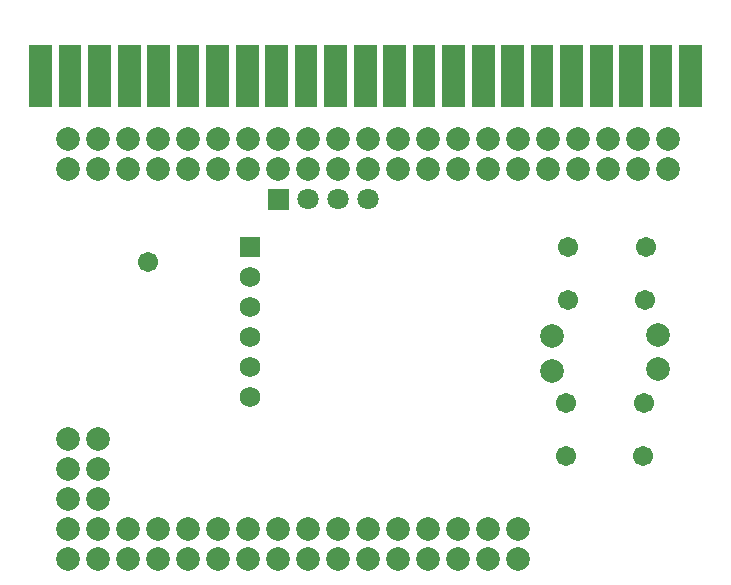
<source format=gts>
G04 Layer: TopSolderMaskLayer*
G04 EasyEDA v6.2.46, 2019-11-25T11:18:34--3:00*
G04 6be03af1206c45e6bdd76e27ce0583d0,8049b4892286493b98247746b8e7bc66,10*
G04 Gerber Generator version 0.2*
G04 Scale: 100 percent, Rotated: No, Reflected: No *
G04 Dimensions in inches *
G04 leading zeros omitted , absolute positions ,2 integer and 4 decimal *
%FSLAX24Y24*%
%MOIN*%
G90*
G70D02*

%ADD24C,0.078866*%
%ADD25R,0.076900X0.208000*%
%ADD27C,0.070992*%
%ADD29C,0.068000*%
%ADD30C,0.067055*%

%LPD*%
G54D24*
G01X21500Y13750D03*
G01X21500Y14750D03*
G01X20500Y13750D03*
G01X20500Y14750D03*
G01X19500Y13750D03*
G01X19502Y14748D03*
G01X18500Y13750D03*
G01X18502Y14748D03*
G01X17500Y13750D03*
G01X17500Y14750D03*
G01X16502Y13748D03*
G01X16502Y14748D03*
G01X15502Y13748D03*
G01X15502Y14748D03*
G01X14502Y13748D03*
G01X14502Y14748D03*
G01X13502Y13748D03*
G01X13502Y14748D03*
G01X12500Y13750D03*
G01X12502Y14748D03*
G01X11502Y13748D03*
G01X11502Y14748D03*
G01X10502Y13748D03*
G01X10502Y14748D03*
G01X9502Y13748D03*
G01X9502Y14748D03*
G01X8502Y13748D03*
G01X8502Y14748D03*
G01X7502Y13748D03*
G01X7502Y14748D03*
G01X6502Y13748D03*
G01X6502Y14748D03*
G01X5502Y13748D03*
G01X5502Y14748D03*
G01X4502Y13748D03*
G01X4502Y14748D03*
G01X3502Y13748D03*
G01X3502Y14748D03*
G01X2502Y13748D03*
G01X2502Y14748D03*
G01X1505Y13748D03*
G01X1505Y14748D03*
G01X16500Y750D03*
G01X16500Y1750D03*
G01X15500Y750D03*
G01X15500Y1750D03*
G01X14500Y750D03*
G01X14500Y1750D03*
G01X13500Y750D03*
G01X13500Y1750D03*
G01X12500Y750D03*
G01X12500Y1750D03*
G01X11500Y750D03*
G01X11500Y1750D03*
G01X10500Y750D03*
G01X10500Y1750D03*
G01X9500Y750D03*
G01X9500Y1750D03*
G01X8500Y750D03*
G01X8500Y1750D03*
G01X7500Y750D03*
G01X7500Y1750D03*
G01X6500Y750D03*
G01X6500Y1750D03*
G01X5500Y750D03*
G01X5500Y1750D03*
G01X4500Y750D03*
G01X4500Y1750D03*
G01X3500Y750D03*
G01X3500Y1750D03*
G01X2500Y750D03*
G01X2500Y1750D03*
G01X1501Y750D03*
G01X1501Y1750D03*
G01X1498Y2751D03*
G01X2500Y2750D03*
G01X1500Y3750D03*
G01X2500Y3750D03*
G01X1500Y4750D03*
G01X2500Y4750D03*
G36*
G01X21842Y15809D02*
G01X21842Y17890D01*
G01X22610Y17890D01*
G01X22610Y15809D01*
G01X21842Y15809D01*
G37*
G54D25*
G01X21242Y16850D03*
G36*
G01X19873Y15809D02*
G01X19873Y17890D01*
G01X20643Y17890D01*
G01X20643Y15809D01*
G01X19873Y15809D01*
G37*
G36*
G01X18889Y15809D02*
G01X18889Y17890D01*
G01X19657Y17890D01*
G01X19657Y15809D01*
G01X18889Y15809D01*
G37*
G36*
G01X17905Y15809D02*
G01X17905Y17890D01*
G01X18673Y17890D01*
G01X18673Y15809D01*
G01X17905Y15809D01*
G37*
G01X17305Y16850D03*
G36*
G01X15936Y15809D02*
G01X15936Y17890D01*
G01X16706Y17890D01*
G01X16706Y15809D01*
G01X15936Y15809D01*
G37*
G36*
G01X14952Y15809D02*
G01X14952Y17890D01*
G01X15721Y17890D01*
G01X15721Y15809D01*
G01X14952Y15809D01*
G37*
G36*
G01X13968Y15809D02*
G01X13968Y17890D01*
G01X14736Y17890D01*
G01X14736Y15809D01*
G01X13968Y15809D01*
G37*
G01X13368Y16850D03*
G36*
G01X12000Y15809D02*
G01X12000Y17890D01*
G01X12768Y17890D01*
G01X12768Y15809D01*
G01X12000Y15809D01*
G37*
G36*
G01X11015Y15809D02*
G01X11015Y17890D01*
G01X11785Y17890D01*
G01X11785Y15809D01*
G01X11015Y15809D01*
G37*
G36*
G01X10031Y15809D02*
G01X10031Y17890D01*
G01X10800Y17890D01*
G01X10800Y15809D01*
G01X10031Y15809D01*
G37*
G01X9431Y16850D03*
G36*
G01X8063Y15809D02*
G01X8063Y17890D01*
G01X8831Y17890D01*
G01X8831Y15809D01*
G01X8063Y15809D01*
G37*
G36*
G01X7078Y15809D02*
G01X7078Y17890D01*
G01X7847Y17890D01*
G01X7847Y15809D01*
G01X7078Y15809D01*
G37*
G36*
G01X6093Y15809D02*
G01X6093Y17890D01*
G01X6863Y17890D01*
G01X6863Y15809D01*
G01X6093Y15809D01*
G37*
G01X5494Y16850D03*
G36*
G01X4126Y15809D02*
G01X4126Y17890D01*
G01X4894Y17890D01*
G01X4894Y15809D01*
G01X4126Y15809D01*
G37*
G36*
G01X3142Y15809D02*
G01X3142Y17890D01*
G01X3910Y17890D01*
G01X3910Y15809D01*
G01X3142Y15809D01*
G37*
G36*
G01X2156Y15809D02*
G01X2156Y17890D01*
G01X2926Y17890D01*
G01X2926Y15809D01*
G01X2156Y15809D01*
G37*
G01X1557Y16850D03*
G36*
G01X189Y15809D02*
G01X189Y17890D01*
G01X957Y17890D01*
G01X957Y15809D01*
G01X189Y15809D01*
G37*
G36*
G01X8144Y12394D02*
G01X8144Y13105D01*
G01X8855Y13105D01*
G01X8855Y12394D01*
G01X8144Y12394D01*
G37*
G54D27*
G01X9500Y12750D03*
G01X10500Y12750D03*
G01X11500Y12750D03*
G36*
G01X7210Y10809D02*
G01X7210Y11490D01*
G01X7889Y11490D01*
G01X7889Y10809D01*
G01X7210Y10809D01*
G37*
G54D29*
G01X7550Y10150D03*
G01X7550Y9150D03*
G01X7550Y8150D03*
G01X7550Y7150D03*
G01X7550Y6150D03*
G54D30*
G01X18150Y11150D03*
G01X18150Y9378D03*
G01X20709Y9378D03*
G01X20750Y11150D03*
G01X18100Y5950D03*
G01X20700Y5950D03*
G01X18100Y4178D03*
G01X20659Y4178D03*
G54D24*
G01X17628Y8175D03*
G01X17628Y7025D03*
G01X21171Y7075D03*
G01X21171Y8225D03*
G54D30*
G01X4150Y10650D03*
M00*
M02*

</source>
